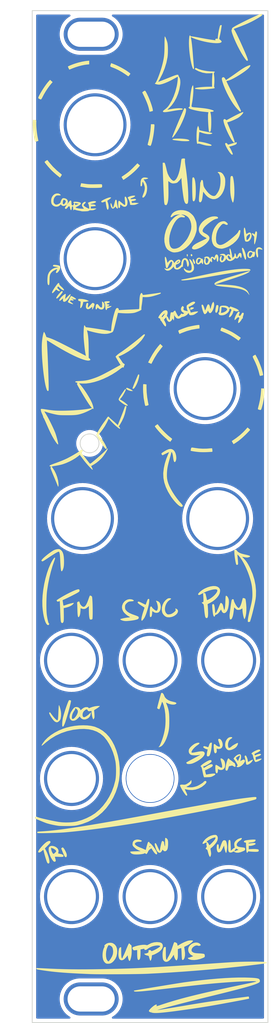
<source format=kicad_pcb>
(kicad_pcb (version 20240108) (generator "pcbnew") (generator_version "8.0")
  (title_block (title "MiniOSC") (rev "v2.0") (company "benjiaomodular"))
  (layers (0 "F.Cu" signal) (31 "B.Cu" signal) (34 "B.Paste" user) (35 "F.Paste" user) (36 "B.SilkS" user "B.Silkscreen") (37 "F.SilkS" user "F.Silkscreen") (38 "B.Mask" user) (39 "F.Mask" user) (44 "Edge.Cuts" user))
  (net 0 "")
  (footprint "benjiaomodular:PanelHole_Potentiometer_RV09" (layer "F.Cu") (at 145.5 79 90)
    (property "Reference" "REF**" (hide yes))
    (property "Value" "PanelHole_Potentiometer_RV09" (hide yes))
    (pad "" np_thru_hole circle (at 7.5 2.5 180) (size 8 8) (drill 7.2) (layers "F&B.Cu" "*.Mask"))
  )
  (footprint "benjiaomodular:Panel_6HP" (layer "F.Cu") (at 140 40)
    (property "Reference" "REF**")
    (property "Value" "Panel_6HP")
    (pad "" thru_hole oval (at 7.5 3) (size 7 4.2) (drill oval 6 3.2) (layers "*.Cu" "*.Mask"))
    (pad "" thru_hole oval (at 7.5 125.5) (size 7 4.2) (drill oval 6 3.2) (layers "*.Cu" "*.Mask"))
  )
  (footprint "benjiaomodular:PanelHole_AudioJack_3.5mm" (layer "F.Cu") (at 165 116)
    (property "Reference" "REF**")
    (property "Value" "PanelHole_AudioJack_3.5mm" (hide yes))
    (pad "" np_thru_hole circle (at 0 6.5 180) (size 7 7) (drill 6.2) (layers "F&B.Cu" "*.Mask"))
  )
  (footprint "benjiaomodular:PanelHole_AudioJack_3.5mm" (layer "F.Cu") (at 145 131)
    (property "Reference" "REF**")
    (property "Value" "PanelHole_AudioJack_3.5mm" (hide yes))
    (pad "" np_thru_hole circle (at 0 6.5 180) (size 7 7) (drill 6.2) (layers "F&B.Cu" "*.Mask"))
  )
  (footprint "benjiaomodular:PanelHole_Potentiometer_RV09" (layer "F.Cu") (at 143.9 112 90)
    (property "Reference" "REF**" (hide yes))
    (property "Value" "PanelHole_Potentiometer_RV09" (hide yes))
    (pad "" np_thru_hole circle (at 7.5 2.5 180) (size 8 8) (drill 7.2) (layers "F&B.Cu" "*.Mask"))
  )
  (footprint "benjiaomodular:PanelHole_AudioJack_3.5mm" (layer "F.Cu") (at 145 146)
    (property "Reference" "REF**")
    (property "Value" "PanelHole_AudioJack_3.5mm" (hide yes))
    (pad "" np_thru_hole circle (at 0 6.5 180) (size 7 7) (drill 6.2) (layers "F&B.Cu" "*.Mask"))
  )
  (footprint "benjiaomodular:PanelHole_AudioJack_3.5mm" (layer "F.Cu") (at 155 116)
    (property "Reference" "REF**")
    (property "Value" "PanelHole_AudioJack_3.5mm")
    (pad "" np_thru_hole circle (at 0 6.5 180) (size 7 7) (drill 6.2) (layers "F&B.Cu" "*.Mask"))
  )
  (footprint "benjiaomodular:PanelHole_Potentiometer_RV09" (layer "F.Cu") (at 159.5 95.5 90)
    (property "Reference" "REF**" (hide yes))
    (property "Value" "PanelHole_Potentiometer_RV09" (hide yes))
    (pad "" np_thru_hole circle (at 7.5 2.5 180) (size 8 8) (drill 7.2) (layers "F&B.Cu" "*.Mask"))
  )
  (footprint "benjiaomodular:PanelHole_Potentiometer_RV09" (layer "F.Cu") (at 161.1 112 90)
    (property "Reference" "REF**" (hide yes))
    (property "Value" "PanelHole_Potentiometer_RV09" (hide yes))
    (pad "" np_thru_hole circle (at 7.5 2.5 180) (size 8 8) (drill 7.2) (layers "F&B.Cu" "*.Mask"))
  )
  (footprint "LOGO" (layer "F.Cu") (at 154.8 104.25)
    (property "Reference" "G***" (hide yes))
    (property "Value" "LOGO" (hide yes))
  )
  (footprint "benjiaomodular:PanelHole_AudioJack_3.5mm" (layer "F.Cu") (at 165 146)
    (property "Reference" "REF**")
    (property "Value" "PanelHole_AudioJack_3.5mm" (hide yes))
    (pad "" np_thru_hole circle (at 0 6.5 180) (size 7 7) (drill 6.2) (layers "F&B.Cu" "*.Mask"))
  )
  (footprint "benjiaomodular:PanelHole_Potentiometer_RV09" (layer "F.Cu") (at 145.5 62 90)
    (property "Reference" "REF**" (hide yes))
    (property "Value" "PanelHole_Potentiometer_RV09" (hide yes))
    (pad "" np_thru_hole circle (at 7.5 2.5 180) (size 8 8) (drill 7.2) (layers "F&B.Cu" "*.Mask"))
  )
  (footprint "benjiaomodular:PanelHole_AudioJack_3.5mm" (layer "F.Cu") (at 155 146)
    (property "Reference" "REF**")
    (property "Value" "PanelHole_AudioJack_3.5mm")
    (pad "" np_thru_hole circle (at 0 6.5 180) (size 7 7) (drill 6.2) (layers "F&B.Cu" "*.Mask"))
  )
  (footprint "benjiaomodular:PanelHole_AudioJack_3.5mm" (layer "F.Cu") (at 145 116)
    (property "Reference" "REF**")
    (property "Value" "PanelHole_AudioJack_3.5mm" (hide yes))
    (pad "" np_thru_hole circle (at 0 6.5 180) (size 7 7) (drill 6.2) (layers "F&B.Cu" "*.Mask"))
  )
  (gr_rect (start 140 40) (end 170 168.5) (stroke (width 0.1)) (fill none) (layer "Edge.Cuts"))
  (gr_circle (center 147.3 94.95) (end 148.5 94.95) (stroke (width 0.1)) (fill none) (layer "Edge.Cuts"))
  (via (at 155 137.5) (size 6.2) (drill 6) (layers "F.Cu" "B.Cu") (net 0))
  (zone (net 0) (net_name "") (layer "F.Cu") (priority 2) (connect_pads (clearance 0.508)) (min_thickness 0.25) (fill yes (thermal_gap 0.5) (thermal_bridge_width 0.5) (island_removal_mode 1) (island_area_min 10))
    (polygon (pts (xy 140.5 40.5) (xy 169.5 40.5) (xy 169.5 168) (xy 140.5 168)))
  )
  (zone (net 0) (net_name "") (layer "B.Cu") (priority 3) (connect_pads (clearance 0.508)) (min_thickness 0.25) (fill yes (thermal_gap 0.5) (thermal_bridge_width 0.5) (island_removal_mode 1) (island_area_min 10))
    (polygon (pts (xy 140.5 168) (xy 140.5 40.5) (xy 169.5 40.5) (xy 169.5 168)))
  )
)
</source>
